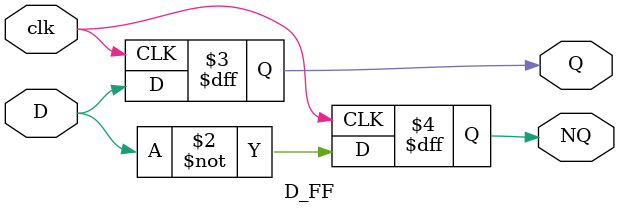
<source format=v>
module D_FF(input D, input clk, output reg Q, output reg NQ);
    always @(posedge clk)
        begin
            Q = D;
            NQ = ~Q;
        end
endmodule
</source>
